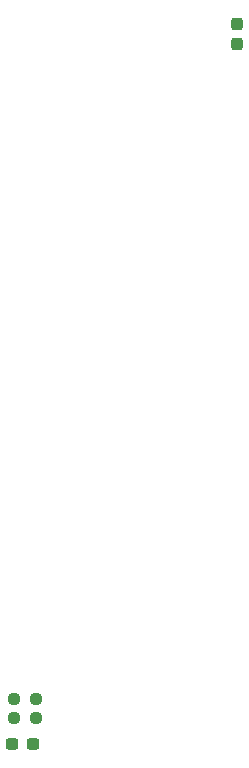
<source format=gbr>
G04 #@! TF.GenerationSoftware,KiCad,Pcbnew,8.0.4+dfsg-1*
G04 #@! TF.CreationDate,2025-02-28T19:38:26+09:00*
G04 #@! TF.ProjectId,bionic-hd6120,62696f6e-6963-42d6-9864-363132302e6b,4*
G04 #@! TF.SameCoordinates,Original*
G04 #@! TF.FileFunction,Paste,Bot*
G04 #@! TF.FilePolarity,Positive*
%FSLAX46Y46*%
G04 Gerber Fmt 4.6, Leading zero omitted, Abs format (unit mm)*
G04 Created by KiCad (PCBNEW 8.0.4+dfsg-1) date 2025-02-28 19:38:26*
%MOMM*%
%LPD*%
G01*
G04 APERTURE LIST*
G04 Aperture macros list*
%AMRoundRect*
0 Rectangle with rounded corners*
0 $1 Rounding radius*
0 $2 $3 $4 $5 $6 $7 $8 $9 X,Y pos of 4 corners*
0 Add a 4 corners polygon primitive as box body*
4,1,4,$2,$3,$4,$5,$6,$7,$8,$9,$2,$3,0*
0 Add four circle primitives for the rounded corners*
1,1,$1+$1,$2,$3*
1,1,$1+$1,$4,$5*
1,1,$1+$1,$6,$7*
1,1,$1+$1,$8,$9*
0 Add four rect primitives between the rounded corners*
20,1,$1+$1,$2,$3,$4,$5,0*
20,1,$1+$1,$4,$5,$6,$7,0*
20,1,$1+$1,$6,$7,$8,$9,0*
20,1,$1+$1,$8,$9,$2,$3,0*%
G04 Aperture macros list end*
%ADD10RoundRect,0.237500X0.250000X0.237500X-0.250000X0.237500X-0.250000X-0.237500X0.250000X-0.237500X0*%
%ADD11RoundRect,0.237500X0.237500X-0.300000X0.237500X0.300000X-0.237500X0.300000X-0.237500X-0.300000X0*%
%ADD12RoundRect,0.237500X0.300000X0.237500X-0.300000X0.237500X-0.300000X-0.237500X0.300000X-0.237500X0*%
G04 APERTURE END LIST*
D10*
X106867400Y-132128400D03*
X105042400Y-132128400D03*
D11*
X123910800Y-75078900D03*
X123910800Y-73353900D03*
D12*
X106586900Y-134312800D03*
X104861900Y-134312800D03*
D10*
X106867400Y-130528200D03*
X105042400Y-130528200D03*
M02*

</source>
